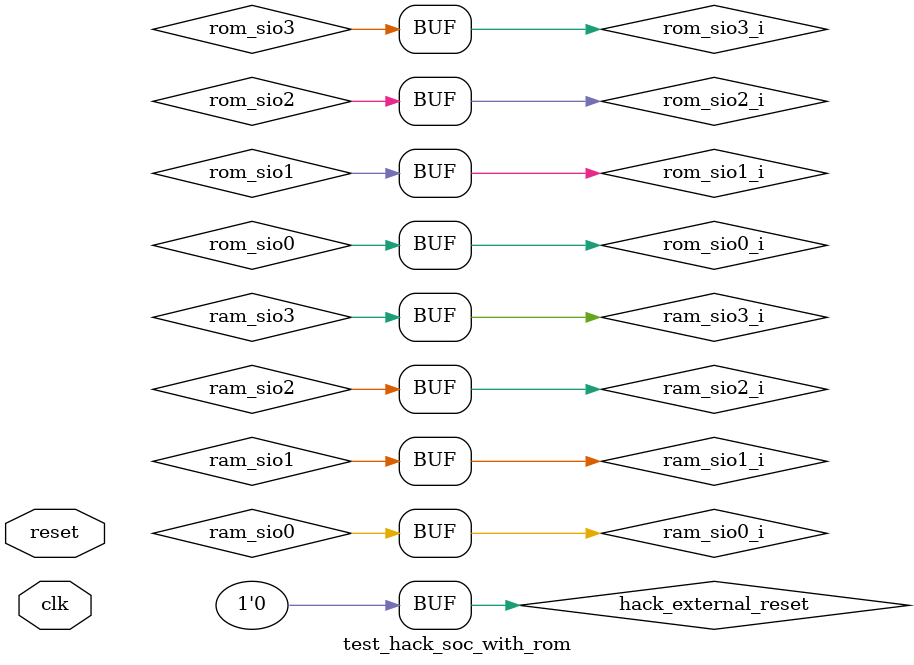
<source format=v>
`default_nettype none
`timescale 1ns/10ps

module test_hack_soc_with_rom(
	input clk, 
	input reset

	);

parameter ROM_FILE = "hack_programs/test_assignment_and_jump.hack";
// parameter ROM_FILE = "hack_programs/counter_loop.hack";
//parameter ROM_FILE = "hack_programs/zero_op.hack";

M23LC1024 ram (
		.SI_SIO0(ram_sio0), 
		.SO_SIO1(ram_sio1), 
		.SCK(ram_sck), 
		.CS_N(ram_cs_n), 
		.SIO2(ram_sio2), 
		.HOLD_N_SIO3(ram_sio3), 
		.RESET(reset));

rom_M23LC1024 #(.ROM_FILE(ROM_FILE)) rom (
		.SI_SIO0(rom_sio0), 
		.SO_SIO1(rom_sio1), 
		.SCK(rom_sck), 
		.CS_N(rom_cs_n), 
		.SIO2(rom_sio2), 
		.HOLD_N_SIO3(rom_sio3), 
		.RESET(reset));


wire ram_sck;
wire ram_cs_n;
wire ram_sio0;
wire ram_sio1;
wire ram_sio2;
wire ram_sio3;

wire ram_sio_oe;
wire ram_sio0_i;
wire ram_sio1_i;
wire ram_sio2_i;
wire ram_sio3_i;
wire ram_sio0_o;
wire ram_sio1_o;
wire ram_sio2_o;
wire ram_sio3_o;

assign ram_sio0 = ram_sio_oe ? ram_sio0_o : 1'bZ;
assign ram_sio0_i = ram_sio0;
assign ram_sio1 = ram_sio_oe ? ram_sio1_o : 1'bZ;
assign ram_sio1_i = ram_sio1;
assign ram_sio2 = ram_sio_oe ? ram_sio2_o : 1'bZ;
assign ram_sio2_i = ram_sio2;
assign ram_sio3 = ram_sio_oe ? ram_sio3_o : 1'bZ;
assign ram_sio3_i = ram_sio3;

wire rom_sck;
wire rom_cs_n;
wire rom_sio0;
wire rom_sio1;
wire rom_sio2;
wire rom_sio3;

wire rom_sio_oe;
wire rom_sio0_i;
wire rom_sio1_i;
wire rom_sio2_i;
wire rom_sio3_i;
wire rom_sio0_o;
wire rom_sio1_o;
wire rom_sio2_o;
wire rom_sio3_o;

assign rom_sio0 = rom_sio_oe ? rom_sio0_o : 1'bZ;
assign rom_sio0_i = rom_sio0;
assign rom_sio1 = rom_sio_oe ? rom_sio1_o : 1'bZ;
assign rom_sio1_i = rom_sio1;
assign rom_sio2 = rom_sio_oe ? rom_sio2_o : 1'bZ;
assign rom_sio2_i = rom_sio2;
assign rom_sio3 = rom_sio_oe ? rom_sio3_o : 1'bZ;
assign rom_sio3_i = rom_sio3;



wire hack_external_reset = 0;
hack_soc soc(
	.clk(clk),
	.reset(reset),
	.hack_external_reset(hack_external_reset),

	/** RAM: qspi serial sram **/
	.ram_cs_n(ram_cs_n),
	.ram_sck(ram_sck),
	.ram_sio_oe(ram_sio_oe), // output enable the SIO lines
	// SIO as inputs from SRAM	
	.ram_sio0_i(ram_sio0_i), // sram_si_sio0 
	.ram_sio1_i(ram_sio1_i), // sram_so_sio1
	.ram_sio2_i(ram_sio2_i), // sram_sio2
	.ram_sio3_i(ram_sio3_i), // sram_hold_n_sio3
	// SIO as outputs to SRAM
	.ram_sio0_o(ram_sio0_o), // sram_si_sio0
	.ram_sio1_o(ram_sio1_o), // sram_so_sio1
	.ram_sio2_o(ram_sio2_o), // sram_sio2
	.ram_sio3_o(ram_sio3_o), // sram_hold_n_sio3

	/** ROM: qspi serial sram **/
	.rom_cs_n(rom_cs_n),
	.rom_sck(rom_sck),
	.rom_sio_oe(rom_sio_oe), // output enable the SIO lines
	// SIO as inputs from SRAM	
	.rom_sio0_i(rom_sio0_i), // sram_si_sio0 
	.rom_sio1_i(rom_sio1_i), // sram_so_sio1
	.rom_sio2_i(rom_sio2_i), // sram_sio2
	.rom_sio3_i(rom_sio3_i), // sram_hold_n_sio3
	// SIO as outputs to SRAM
	.rom_sio0_o(rom_sio0_o), // sram_si_sio0
	.rom_sio1_o(rom_sio1_o), // sram_so_sio1
	.rom_sio2_o(rom_sio2_o), // sram_sio2
	.rom_sio3_o(rom_sio3_o), // sram_hold_n_sio3


	// ROM LOADING LINES
	.rom_loader_load(0)
	// .rom_loader_reset(0),
	// .rom_loader_data,
	// .rom_loader_ack,
	// .rom_loader_load_received,

	);


endmodule

</source>
